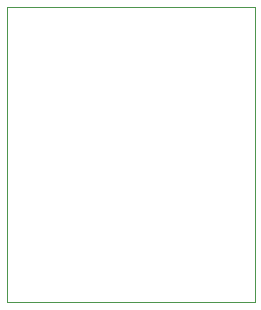
<source format=gbr>
%TF.GenerationSoftware,KiCad,Pcbnew,7.0.2-0*%
%TF.CreationDate,2023-06-08T14:22:34-07:00*%
%TF.ProjectId,IAM-20380HT_gyro,49414d2d-3230-4333-9830-48545f677972,rev?*%
%TF.SameCoordinates,Original*%
%TF.FileFunction,Profile,NP*%
%FSLAX46Y46*%
G04 Gerber Fmt 4.6, Leading zero omitted, Abs format (unit mm)*
G04 Created by KiCad (PCBNEW 7.0.2-0) date 2023-06-08 14:22:34*
%MOMM*%
%LPD*%
G01*
G04 APERTURE LIST*
%TA.AperFunction,Profile*%
%ADD10C,0.100000*%
%TD*%
G04 APERTURE END LIST*
D10*
X130850000Y-88400000D02*
X151850000Y-88400000D01*
X151850000Y-113350000D01*
X130850000Y-113350000D01*
X130850000Y-88400000D01*
M02*

</source>
